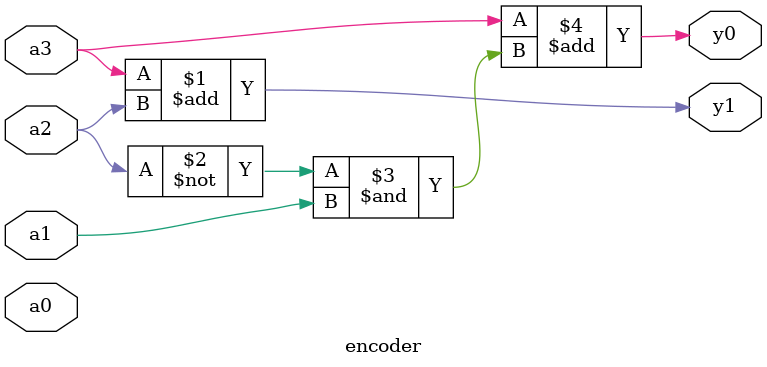
<source format=sv>
module encoder(input logic a0, input logic a1, input logic a2, input logic a3, output logic y0, output logic y1);
	assign y1= a3+a2;
	assign y0= a3 +((~a2)&a1);
endmodule
</source>
